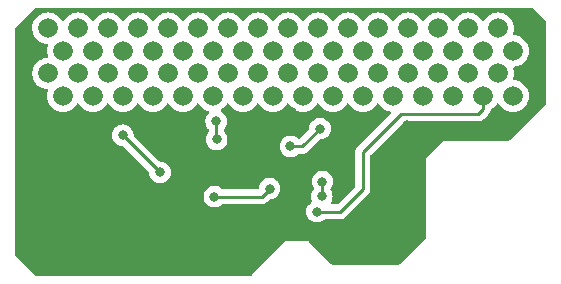
<source format=gbr>
%TF.GenerationSoftware,KiCad,Pcbnew,(6.99.0-4502-gf1556ed801-dirty)*%
%TF.CreationDate,2022-12-17T20:16:55-05:00*%
%TF.ProjectId,siox,73696f78-2e6b-4696-9361-645f70636258,rev?*%
%TF.SameCoordinates,Original*%
%TF.FileFunction,Copper,L2,Bot*%
%TF.FilePolarity,Positive*%
%FSLAX46Y46*%
G04 Gerber Fmt 4.6, Leading zero omitted, Abs format (unit mm)*
G04 Created by KiCad (PCBNEW (6.99.0-4502-gf1556ed801-dirty)) date 2022-12-17 20:16:55*
%MOMM*%
%LPD*%
G01*
G04 APERTURE LIST*
%TA.AperFunction,ViaPad*%
%ADD10C,0.800000*%
%TD*%
%TA.AperFunction,ViaPad*%
%ADD11C,1.660000*%
%TD*%
%TA.AperFunction,Conductor*%
%ADD12C,0.250000*%
%TD*%
G04 APERTURE END LIST*
D10*
%TO.N,GND1*%
X98600000Y-59300000D03*
X114600000Y-58700000D03*
X112350000Y-58825000D03*
X109550000Y-58925000D03*
X101975000Y-58775000D03*
X106375000Y-69750000D03*
X114600000Y-63175000D03*
X122125000Y-59975000D03*
X124150000Y-61300000D03*
X119475000Y-62625000D03*
X123025000Y-63600000D03*
X117125000Y-65150000D03*
X119375000Y-66275000D03*
X110400000Y-63625000D03*
X104750000Y-63100000D03*
X106400000Y-72225000D03*
X101625000Y-68900000D03*
X103125000Y-72175000D03*
X99900000Y-72225000D03*
X96625000Y-72200000D03*
X89500000Y-58875000D03*
X90100000Y-63550000D03*
X98250000Y-68900000D03*
X95925000Y-65350000D03*
X130825000Y-59625000D03*
X129250000Y-60500000D03*
X117825000Y-59325000D03*
X115825000Y-69975000D03*
X110400000Y-69300000D03*
X105500000Y-67275000D03*
X108825000Y-67300000D03*
D11*
%TO.N,PI*%
X128560000Y-57480000D03*
%TO.N,*%
X113320000Y-57480000D03*
X127290000Y-55570000D03*
X99350000Y-55570000D03*
X105700000Y-57480000D03*
X120940000Y-57480000D03*
X112050000Y-55570000D03*
X114590000Y-55570000D03*
X109510000Y-55570000D03*
X118400000Y-57480000D03*
X129830000Y-55570000D03*
X108240000Y-57480000D03*
%TO.N,P12*%
X95540000Y-57480000D03*
%TO.N,*%
X98080000Y-57480000D03*
X103160000Y-57480000D03*
X117130000Y-55570000D03*
%TO.N,MP1*%
X110780000Y-57480000D03*
%TO.N,*%
X101890000Y-55570000D03*
X106970000Y-55570000D03*
X104430000Y-55570000D03*
X122210000Y-55570000D03*
X131100000Y-57480000D03*
X93000000Y-57480000D03*
X91730000Y-55570000D03*
X115860000Y-57480000D03*
X119670000Y-55570000D03*
X96810000Y-55570000D03*
X126020000Y-57480000D03*
X124750000Y-55570000D03*
X94270000Y-55570000D03*
X123480000Y-57480000D03*
X100620000Y-57480000D03*
%TO.N,CE*%
X128560000Y-53660000D03*
%TO.N,*%
X100620000Y-53660000D03*
X113320000Y-53660000D03*
X115860000Y-53660000D03*
%TO.N,MP1*%
X110780000Y-53660000D03*
%TO.N,*%
X131100000Y-53660000D03*
X118400000Y-53660000D03*
X103160000Y-53660000D03*
X108240000Y-53660000D03*
X105700000Y-53660000D03*
X123480000Y-53660000D03*
X93000000Y-53660000D03*
X120940000Y-53660000D03*
X98080000Y-53660000D03*
X126020000Y-53660000D03*
X95540000Y-53660000D03*
X119670000Y-51750000D03*
X129830000Y-51750000D03*
X122210000Y-51750000D03*
X127290000Y-51750000D03*
X124750000Y-51750000D03*
X112050000Y-51750000D03*
X117130000Y-51750000D03*
X114590000Y-51750000D03*
X109510000Y-51750000D03*
X101890000Y-51750000D03*
X106970000Y-51750000D03*
X104430000Y-51750000D03*
X96810000Y-51750000D03*
X99350000Y-51750000D03*
X94270000Y-51750000D03*
X91730000Y-51750000D03*
D10*
%TO.N,PI*%
X114500000Y-67274500D03*
%TO.N,P12*%
X105800000Y-66000000D03*
X110475500Y-65324500D03*
%TO.N,GND1*%
X96000000Y-62800000D03*
X95800000Y-61225500D03*
%TO.N,P12*%
X98050000Y-60800000D03*
X101200000Y-63950000D03*
%TO.N,XE*%
X106000000Y-61150000D03*
X105950000Y-59625500D03*
%TO.N,CI*%
X114900000Y-65974500D03*
X114950000Y-64725500D03*
%TO.N,GND1*%
X115900000Y-59300000D03*
D11*
X132370000Y-51750000D03*
X132370000Y-55570000D03*
X90460000Y-57480000D03*
X90460000Y-53660000D03*
D10*
%TO.N,CE*%
X112250000Y-61750000D03*
X114750000Y-60250000D03*
%TD*%
D12*
%TO.N,PI*%
X128550500Y-58600000D02*
X128550500Y-57489500D01*
X128550500Y-58600000D02*
X128150000Y-59000500D01*
X121615616Y-59000500D02*
X128150000Y-59000500D01*
X118358058Y-62258058D02*
X121615616Y-59000500D01*
X118358058Y-65391942D02*
X118358058Y-62258058D01*
X116475500Y-67274500D02*
X118358058Y-65391942D01*
X114500000Y-67274500D02*
X116475500Y-67274500D01*
%TO.N,P12*%
X98050000Y-60800000D02*
X101200000Y-63950000D01*
X105800000Y-66000000D02*
X109800000Y-66000000D01*
X109800000Y-66000000D02*
X110475500Y-65324500D01*
%TO.N,GND1*%
X95800000Y-62600000D02*
X96000000Y-62800000D01*
X95800000Y-61225500D02*
X95800000Y-62600000D01*
%TO.N,XE*%
X105950000Y-61100000D02*
X106000000Y-61150000D01*
X105950000Y-59625500D02*
X105950000Y-61100000D01*
%TO.N,CI*%
X114950000Y-65924500D02*
X114900000Y-65974500D01*
X114950000Y-64725500D02*
X114950000Y-65924500D01*
%TO.N,CE*%
X112250000Y-61750000D02*
X113250000Y-61750000D01*
X113250000Y-61750000D02*
X114750000Y-60250000D01*
%TD*%
%TA.AperFunction,Conductor*%
%TO.N,GND1*%
G36*
X132715723Y-50020502D02*
G01*
X132736697Y-50037405D01*
X133862595Y-51163302D01*
X133896620Y-51225614D01*
X133899500Y-51252397D01*
X133899500Y-58146998D01*
X133879498Y-58215119D01*
X133861868Y-58236815D01*
X130836571Y-61213317D01*
X130773984Y-61246834D01*
X130748203Y-61249500D01*
X125250099Y-61249500D01*
X125250000Y-61249459D01*
X125249901Y-61249500D01*
X125249617Y-61249617D01*
X125249576Y-61249717D01*
X123749716Y-62749576D01*
X123749617Y-62749617D01*
X123749576Y-62749716D01*
X123749458Y-62750000D01*
X123749500Y-62750101D01*
X123749500Y-69447603D01*
X123729498Y-69515724D01*
X123712595Y-69536698D01*
X121536697Y-71712595D01*
X121474385Y-71746621D01*
X121447602Y-71749500D01*
X115803363Y-71749500D01*
X115735242Y-71729498D01*
X115713118Y-71711431D01*
X113858981Y-69808500D01*
X113850426Y-69799720D01*
X113850383Y-69799617D01*
X113850205Y-69799544D01*
X113850007Y-69799458D01*
X113849903Y-69799500D01*
X111750097Y-69799500D01*
X111749991Y-69799458D01*
X111749788Y-69799547D01*
X111749617Y-69799617D01*
X111749574Y-69799721D01*
X111733603Y-69816263D01*
X111733602Y-69816263D01*
X108986942Y-72661019D01*
X108925236Y-72696132D01*
X108896297Y-72699500D01*
X90738843Y-72699500D01*
X90670722Y-72679498D01*
X90651029Y-72663859D01*
X88951186Y-71011899D01*
X88916275Y-70950079D01*
X88913000Y-70921540D01*
X88913000Y-66000000D01*
X104886496Y-66000000D01*
X104906458Y-66189928D01*
X104965473Y-66371556D01*
X105060960Y-66536944D01*
X105065378Y-66541851D01*
X105065379Y-66541852D01*
X105147452Y-66633003D01*
X105188747Y-66678866D01*
X105343248Y-66791118D01*
X105349276Y-66793802D01*
X105349278Y-66793803D01*
X105511681Y-66866109D01*
X105517712Y-66868794D01*
X105611113Y-66888647D01*
X105698056Y-66907128D01*
X105698061Y-66907128D01*
X105704513Y-66908500D01*
X105895487Y-66908500D01*
X105901939Y-66907128D01*
X105901944Y-66907128D01*
X105988887Y-66888647D01*
X106082288Y-66868794D01*
X106088319Y-66866109D01*
X106250722Y-66793803D01*
X106250724Y-66793802D01*
X106256752Y-66791118D01*
X106330474Y-66737556D01*
X106389671Y-66694546D01*
X106411253Y-66678866D01*
X106415668Y-66673963D01*
X106420580Y-66669540D01*
X106421705Y-66670789D01*
X106475014Y-66637949D01*
X106508200Y-66633500D01*
X109721233Y-66633500D01*
X109732416Y-66634027D01*
X109739909Y-66635702D01*
X109747835Y-66635453D01*
X109747836Y-66635453D01*
X109807986Y-66633562D01*
X109811945Y-66633500D01*
X109839856Y-66633500D01*
X109843791Y-66633003D01*
X109843856Y-66632995D01*
X109855693Y-66632062D01*
X109887951Y-66631048D01*
X109891970Y-66630922D01*
X109899889Y-66630673D01*
X109919343Y-66625021D01*
X109938700Y-66621013D01*
X109950930Y-66619468D01*
X109950931Y-66619468D01*
X109958797Y-66618474D01*
X109966168Y-66615555D01*
X109966170Y-66615555D01*
X109999912Y-66602196D01*
X110011142Y-66598351D01*
X110045983Y-66588229D01*
X110045984Y-66588229D01*
X110053593Y-66586018D01*
X110060412Y-66581985D01*
X110060417Y-66581983D01*
X110071028Y-66575707D01*
X110088776Y-66567012D01*
X110107617Y-66559552D01*
X110143387Y-66533564D01*
X110153307Y-66527048D01*
X110184535Y-66508580D01*
X110184538Y-66508578D01*
X110191362Y-66504542D01*
X110205683Y-66490221D01*
X110220717Y-66477380D01*
X110230694Y-66470131D01*
X110237107Y-66465472D01*
X110265298Y-66431395D01*
X110273288Y-66422616D01*
X110425999Y-66269905D01*
X110488311Y-66235879D01*
X110515094Y-66233000D01*
X110570987Y-66233000D01*
X110577439Y-66231628D01*
X110577444Y-66231628D01*
X110664388Y-66213147D01*
X110757788Y-66193294D01*
X110763819Y-66190609D01*
X110926222Y-66118303D01*
X110926224Y-66118302D01*
X110932252Y-66115618D01*
X111086753Y-66003366D01*
X111194283Y-65883942D01*
X111210121Y-65866352D01*
X111210122Y-65866351D01*
X111214540Y-65861444D01*
X111310027Y-65696056D01*
X111369042Y-65514428D01*
X111373841Y-65468774D01*
X111388314Y-65331065D01*
X111389004Y-65324500D01*
X111382482Y-65262444D01*
X111369732Y-65141135D01*
X111369732Y-65141133D01*
X111369042Y-65134572D01*
X111310027Y-64952944D01*
X111214540Y-64787556D01*
X111152754Y-64718935D01*
X111091175Y-64650545D01*
X111091174Y-64650544D01*
X111086753Y-64645634D01*
X110987657Y-64573636D01*
X110937594Y-64537263D01*
X110937593Y-64537262D01*
X110932252Y-64533382D01*
X110926224Y-64530698D01*
X110926222Y-64530697D01*
X110763819Y-64458391D01*
X110763818Y-64458391D01*
X110757788Y-64455706D01*
X110664388Y-64435853D01*
X110577444Y-64417372D01*
X110577439Y-64417372D01*
X110570987Y-64416000D01*
X110380013Y-64416000D01*
X110373561Y-64417372D01*
X110373556Y-64417372D01*
X110286612Y-64435853D01*
X110193212Y-64455706D01*
X110187182Y-64458391D01*
X110187181Y-64458391D01*
X110024778Y-64530697D01*
X110024776Y-64530698D01*
X110018748Y-64533382D01*
X110013407Y-64537262D01*
X110013406Y-64537263D01*
X109963343Y-64573636D01*
X109864247Y-64645634D01*
X109859826Y-64650544D01*
X109859825Y-64650545D01*
X109798247Y-64718935D01*
X109736460Y-64787556D01*
X109640973Y-64952944D01*
X109581958Y-65134572D01*
X109581268Y-65141133D01*
X109581268Y-65141135D01*
X109569440Y-65253671D01*
X109542427Y-65319328D01*
X109484205Y-65359957D01*
X109444130Y-65366500D01*
X106508200Y-65366500D01*
X106440079Y-65346498D01*
X106420853Y-65330157D01*
X106420580Y-65330460D01*
X106415668Y-65326037D01*
X106411253Y-65321134D01*
X106337229Y-65267352D01*
X106262094Y-65212763D01*
X106262093Y-65212762D01*
X106256752Y-65208882D01*
X106250724Y-65206198D01*
X106250722Y-65206197D01*
X106088319Y-65133891D01*
X106088318Y-65133891D01*
X106082288Y-65131206D01*
X105988888Y-65111353D01*
X105901944Y-65092872D01*
X105901939Y-65092872D01*
X105895487Y-65091500D01*
X105704513Y-65091500D01*
X105698061Y-65092872D01*
X105698056Y-65092872D01*
X105611112Y-65111353D01*
X105517712Y-65131206D01*
X105511682Y-65133891D01*
X105511681Y-65133891D01*
X105349278Y-65206197D01*
X105349276Y-65206198D01*
X105343248Y-65208882D01*
X105188747Y-65321134D01*
X105184326Y-65326044D01*
X105184325Y-65326045D01*
X105088917Y-65432007D01*
X105060960Y-65463056D01*
X104965473Y-65628444D01*
X104906458Y-65810072D01*
X104905768Y-65816633D01*
X104905768Y-65816635D01*
X104900543Y-65866352D01*
X104886496Y-66000000D01*
X88913000Y-66000000D01*
X88913000Y-60800000D01*
X97136496Y-60800000D01*
X97156458Y-60989928D01*
X97215473Y-61171556D01*
X97310960Y-61336944D01*
X97315378Y-61341851D01*
X97315379Y-61341852D01*
X97343174Y-61372721D01*
X97438747Y-61478866D01*
X97593248Y-61591118D01*
X97599276Y-61593802D01*
X97599278Y-61593803D01*
X97761681Y-61666109D01*
X97767712Y-61668794D01*
X97853101Y-61686944D01*
X97948056Y-61707128D01*
X97948061Y-61707128D01*
X97954513Y-61708500D01*
X98010406Y-61708500D01*
X98078527Y-61728502D01*
X98099501Y-61745405D01*
X100252878Y-63898783D01*
X100286904Y-63961095D01*
X100289093Y-63974708D01*
X100296653Y-64046634D01*
X100306458Y-64139928D01*
X100365473Y-64321556D01*
X100460960Y-64486944D01*
X100588747Y-64628866D01*
X100687843Y-64700864D01*
X100730788Y-64732065D01*
X100743248Y-64741118D01*
X100749276Y-64743802D01*
X100749278Y-64743803D01*
X100911681Y-64816109D01*
X100917712Y-64818794D01*
X101011113Y-64838647D01*
X101098056Y-64857128D01*
X101098061Y-64857128D01*
X101104513Y-64858500D01*
X101295487Y-64858500D01*
X101301939Y-64857128D01*
X101301944Y-64857128D01*
X101388887Y-64838647D01*
X101482288Y-64818794D01*
X101488319Y-64816109D01*
X101650722Y-64743803D01*
X101650724Y-64743802D01*
X101656752Y-64741118D01*
X101669213Y-64732065D01*
X101712157Y-64700864D01*
X101811253Y-64628866D01*
X101939040Y-64486944D01*
X102034527Y-64321556D01*
X102093542Y-64139928D01*
X102103348Y-64046634D01*
X102112814Y-63956565D01*
X102113504Y-63950000D01*
X102093542Y-63760072D01*
X102034527Y-63578444D01*
X101939040Y-63413056D01*
X101811253Y-63271134D01*
X101656752Y-63158882D01*
X101650724Y-63156198D01*
X101650722Y-63156197D01*
X101488319Y-63083891D01*
X101488318Y-63083891D01*
X101482288Y-63081206D01*
X101388887Y-63061353D01*
X101301944Y-63042872D01*
X101301939Y-63042872D01*
X101295487Y-63041500D01*
X101239594Y-63041500D01*
X101171473Y-63021498D01*
X101150499Y-63004595D01*
X98997122Y-60851217D01*
X98963096Y-60788905D01*
X98960907Y-60775292D01*
X98944232Y-60616635D01*
X98944232Y-60616633D01*
X98943542Y-60610072D01*
X98884527Y-60428444D01*
X98789040Y-60263056D01*
X98783196Y-60256565D01*
X98665675Y-60126045D01*
X98665674Y-60126044D01*
X98661253Y-60121134D01*
X98506752Y-60008882D01*
X98500724Y-60006198D01*
X98500722Y-60006197D01*
X98338319Y-59933891D01*
X98338318Y-59933891D01*
X98332288Y-59931206D01*
X98238888Y-59911353D01*
X98151944Y-59892872D01*
X98151939Y-59892872D01*
X98145487Y-59891500D01*
X97954513Y-59891500D01*
X97948061Y-59892872D01*
X97948056Y-59892872D01*
X97861112Y-59911353D01*
X97767712Y-59931206D01*
X97761682Y-59933891D01*
X97761681Y-59933891D01*
X97599278Y-60006197D01*
X97599276Y-60006198D01*
X97593248Y-60008882D01*
X97438747Y-60121134D01*
X97434326Y-60126044D01*
X97434325Y-60126045D01*
X97316805Y-60256565D01*
X97310960Y-60263056D01*
X97215473Y-60428444D01*
X97156458Y-60610072D01*
X97136496Y-60800000D01*
X88913000Y-60800000D01*
X88913000Y-55570000D01*
X90386387Y-55570000D01*
X90406800Y-55803316D01*
X90408224Y-55808629D01*
X90408224Y-55808631D01*
X90456356Y-55988261D01*
X90467417Y-56029543D01*
X90469740Y-56034524D01*
X90469740Y-56034525D01*
X90564071Y-56236820D01*
X90564074Y-56236825D01*
X90566397Y-56241807D01*
X90700733Y-56433658D01*
X90866342Y-56599267D01*
X90870850Y-56602424D01*
X90870853Y-56602426D01*
X90897170Y-56620853D01*
X91058193Y-56733603D01*
X91063175Y-56735926D01*
X91063180Y-56735929D01*
X91218154Y-56808194D01*
X91270457Y-56832583D01*
X91275765Y-56834005D01*
X91275767Y-56834006D01*
X91491369Y-56891776D01*
X91491371Y-56891776D01*
X91496684Y-56893200D01*
X91502170Y-56893680D01*
X91502176Y-56893681D01*
X91615631Y-56903608D01*
X91681749Y-56929471D01*
X91723389Y-56986975D01*
X91726356Y-57061738D01*
X91676800Y-57246684D01*
X91656387Y-57480000D01*
X91676800Y-57713316D01*
X91737417Y-57939543D01*
X91739740Y-57944524D01*
X91739740Y-57944525D01*
X91834071Y-58146820D01*
X91834074Y-58146825D01*
X91836397Y-58151807D01*
X91970733Y-58343658D01*
X92136342Y-58509267D01*
X92140850Y-58512424D01*
X92140853Y-58512426D01*
X92220848Y-58568439D01*
X92328193Y-58643603D01*
X92333175Y-58645926D01*
X92333180Y-58645929D01*
X92523071Y-58734476D01*
X92540457Y-58742583D01*
X92545765Y-58744005D01*
X92545767Y-58744006D01*
X92761369Y-58801776D01*
X92761371Y-58801776D01*
X92766684Y-58803200D01*
X93000000Y-58823613D01*
X93233316Y-58803200D01*
X93238629Y-58801776D01*
X93238631Y-58801776D01*
X93454233Y-58744006D01*
X93454235Y-58744005D01*
X93459543Y-58742583D01*
X93476929Y-58734476D01*
X93666820Y-58645929D01*
X93666825Y-58645926D01*
X93671807Y-58643603D01*
X93779152Y-58568439D01*
X93859147Y-58512426D01*
X93859150Y-58512424D01*
X93863658Y-58509267D01*
X94029267Y-58343658D01*
X94163603Y-58151807D01*
X94164305Y-58152298D01*
X94212262Y-58106570D01*
X94281976Y-58093133D01*
X94347887Y-58119519D01*
X94376066Y-58152039D01*
X94376397Y-58151807D01*
X94510733Y-58343658D01*
X94676342Y-58509267D01*
X94680850Y-58512424D01*
X94680853Y-58512426D01*
X94760848Y-58568439D01*
X94868193Y-58643603D01*
X94873175Y-58645926D01*
X94873180Y-58645929D01*
X95063071Y-58734476D01*
X95080457Y-58742583D01*
X95085765Y-58744005D01*
X95085767Y-58744006D01*
X95301369Y-58801776D01*
X95301371Y-58801776D01*
X95306684Y-58803200D01*
X95540000Y-58823613D01*
X95773316Y-58803200D01*
X95778629Y-58801776D01*
X95778631Y-58801776D01*
X95994233Y-58744006D01*
X95994235Y-58744005D01*
X95999543Y-58742583D01*
X96016929Y-58734476D01*
X96206820Y-58645929D01*
X96206825Y-58645926D01*
X96211807Y-58643603D01*
X96319152Y-58568439D01*
X96399147Y-58512426D01*
X96399150Y-58512424D01*
X96403658Y-58509267D01*
X96569267Y-58343658D01*
X96703603Y-58151807D01*
X96704305Y-58152298D01*
X96752262Y-58106570D01*
X96821976Y-58093133D01*
X96887887Y-58119519D01*
X96916066Y-58152039D01*
X96916397Y-58151807D01*
X97050733Y-58343658D01*
X97216342Y-58509267D01*
X97220850Y-58512424D01*
X97220853Y-58512426D01*
X97300848Y-58568439D01*
X97408193Y-58643603D01*
X97413175Y-58645926D01*
X97413180Y-58645929D01*
X97603071Y-58734476D01*
X97620457Y-58742583D01*
X97625765Y-58744005D01*
X97625767Y-58744006D01*
X97841369Y-58801776D01*
X97841371Y-58801776D01*
X97846684Y-58803200D01*
X98080000Y-58823613D01*
X98313316Y-58803200D01*
X98318629Y-58801776D01*
X98318631Y-58801776D01*
X98534233Y-58744006D01*
X98534235Y-58744005D01*
X98539543Y-58742583D01*
X98556929Y-58734476D01*
X98746820Y-58645929D01*
X98746825Y-58645926D01*
X98751807Y-58643603D01*
X98859152Y-58568439D01*
X98939147Y-58512426D01*
X98939150Y-58512424D01*
X98943658Y-58509267D01*
X99109267Y-58343658D01*
X99243603Y-58151807D01*
X99244305Y-58152298D01*
X99292262Y-58106570D01*
X99361976Y-58093133D01*
X99427887Y-58119519D01*
X99456066Y-58152039D01*
X99456397Y-58151807D01*
X99590733Y-58343658D01*
X99756342Y-58509267D01*
X99760850Y-58512424D01*
X99760853Y-58512426D01*
X99840848Y-58568439D01*
X99948193Y-58643603D01*
X99953175Y-58645926D01*
X99953180Y-58645929D01*
X100143071Y-58734476D01*
X100160457Y-58742583D01*
X100165765Y-58744005D01*
X100165767Y-58744006D01*
X100381369Y-58801776D01*
X100381371Y-58801776D01*
X100386684Y-58803200D01*
X100620000Y-58823613D01*
X100853316Y-58803200D01*
X100858629Y-58801776D01*
X100858631Y-58801776D01*
X101074233Y-58744006D01*
X101074235Y-58744005D01*
X101079543Y-58742583D01*
X101096929Y-58734476D01*
X101286820Y-58645929D01*
X101286825Y-58645926D01*
X101291807Y-58643603D01*
X101399152Y-58568439D01*
X101479147Y-58512426D01*
X101479150Y-58512424D01*
X101483658Y-58509267D01*
X101649267Y-58343658D01*
X101783603Y-58151807D01*
X101784305Y-58152298D01*
X101832262Y-58106570D01*
X101901976Y-58093133D01*
X101967887Y-58119519D01*
X101996066Y-58152039D01*
X101996397Y-58151807D01*
X102130733Y-58343658D01*
X102296342Y-58509267D01*
X102300850Y-58512424D01*
X102300853Y-58512426D01*
X102380848Y-58568439D01*
X102488193Y-58643603D01*
X102493175Y-58645926D01*
X102493180Y-58645929D01*
X102683071Y-58734476D01*
X102700457Y-58742583D01*
X102705765Y-58744005D01*
X102705767Y-58744006D01*
X102921369Y-58801776D01*
X102921371Y-58801776D01*
X102926684Y-58803200D01*
X103160000Y-58823613D01*
X103393316Y-58803200D01*
X103398629Y-58801776D01*
X103398631Y-58801776D01*
X103614233Y-58744006D01*
X103614235Y-58744005D01*
X103619543Y-58742583D01*
X103636929Y-58734476D01*
X103826820Y-58645929D01*
X103826825Y-58645926D01*
X103831807Y-58643603D01*
X103939152Y-58568439D01*
X104019147Y-58512426D01*
X104019150Y-58512424D01*
X104023658Y-58509267D01*
X104189267Y-58343658D01*
X104323603Y-58151807D01*
X104324305Y-58152298D01*
X104372262Y-58106570D01*
X104441976Y-58093133D01*
X104507887Y-58119519D01*
X104536066Y-58152039D01*
X104536397Y-58151807D01*
X104670733Y-58343658D01*
X104836342Y-58509267D01*
X104840850Y-58512424D01*
X104840853Y-58512426D01*
X104920848Y-58568439D01*
X105028193Y-58643603D01*
X105033175Y-58645926D01*
X105033180Y-58645929D01*
X105223071Y-58734476D01*
X105240457Y-58742583D01*
X105245762Y-58744004D01*
X105245769Y-58744007D01*
X105269052Y-58750245D01*
X105329675Y-58787196D01*
X105360697Y-58851056D01*
X105352269Y-58921551D01*
X105330078Y-58956262D01*
X105210960Y-59088556D01*
X105115473Y-59253944D01*
X105056458Y-59435572D01*
X105055768Y-59442133D01*
X105055768Y-59442135D01*
X105053600Y-59462763D01*
X105036496Y-59625500D01*
X105037186Y-59632065D01*
X105045183Y-59708148D01*
X105056458Y-59815428D01*
X105115473Y-59997056D01*
X105118776Y-60002778D01*
X105118777Y-60002779D01*
X105122301Y-60008882D01*
X105210960Y-60162444D01*
X105284137Y-60243715D01*
X105314853Y-60307721D01*
X105316500Y-60328024D01*
X105316500Y-60503006D01*
X105296498Y-60571127D01*
X105284135Y-60587317D01*
X105265383Y-60608143D01*
X105265380Y-60608147D01*
X105260960Y-60613056D01*
X105165473Y-60778444D01*
X105106458Y-60960072D01*
X105086496Y-61150000D01*
X105087186Y-61156565D01*
X105098635Y-61265492D01*
X105106458Y-61339928D01*
X105165473Y-61521556D01*
X105260960Y-61686944D01*
X105388747Y-61828866D01*
X105543248Y-61941118D01*
X105549276Y-61943802D01*
X105549278Y-61943803D01*
X105711681Y-62016109D01*
X105717712Y-62018794D01*
X105811112Y-62038647D01*
X105898056Y-62057128D01*
X105898061Y-62057128D01*
X105904513Y-62058500D01*
X106095487Y-62058500D01*
X106101939Y-62057128D01*
X106101944Y-62057128D01*
X106188888Y-62038647D01*
X106282288Y-62018794D01*
X106288319Y-62016109D01*
X106450722Y-61943803D01*
X106450724Y-61943802D01*
X106456752Y-61941118D01*
X106611253Y-61828866D01*
X106682264Y-61750000D01*
X111336496Y-61750000D01*
X111337186Y-61756565D01*
X111355732Y-61933017D01*
X111356458Y-61939928D01*
X111415473Y-62121556D01*
X111418776Y-62127278D01*
X111418777Y-62127279D01*
X111443643Y-62170347D01*
X111510960Y-62286944D01*
X111515378Y-62291851D01*
X111515379Y-62291852D01*
X111597452Y-62383003D01*
X111638747Y-62428866D01*
X111737843Y-62500864D01*
X111764818Y-62520462D01*
X111793248Y-62541118D01*
X111799276Y-62543802D01*
X111799278Y-62543803D01*
X111961681Y-62616109D01*
X111967712Y-62618794D01*
X112061113Y-62638647D01*
X112148056Y-62657128D01*
X112148061Y-62657128D01*
X112154513Y-62658500D01*
X112345487Y-62658500D01*
X112351939Y-62657128D01*
X112351944Y-62657128D01*
X112438887Y-62638647D01*
X112532288Y-62618794D01*
X112538319Y-62616109D01*
X112700722Y-62543803D01*
X112700724Y-62543802D01*
X112706752Y-62541118D01*
X112735183Y-62520462D01*
X112839671Y-62444546D01*
X112861253Y-62428866D01*
X112865668Y-62423963D01*
X112870580Y-62419540D01*
X112871705Y-62420789D01*
X112925014Y-62387949D01*
X112958200Y-62383500D01*
X113171233Y-62383500D01*
X113182416Y-62384027D01*
X113189909Y-62385702D01*
X113197835Y-62385453D01*
X113197836Y-62385453D01*
X113257986Y-62383562D01*
X113261945Y-62383500D01*
X113289856Y-62383500D01*
X113293791Y-62383003D01*
X113293856Y-62382995D01*
X113305693Y-62382062D01*
X113337951Y-62381048D01*
X113341970Y-62380922D01*
X113349889Y-62380673D01*
X113369343Y-62375021D01*
X113388700Y-62371013D01*
X113400930Y-62369468D01*
X113400931Y-62369468D01*
X113408797Y-62368474D01*
X113416168Y-62365555D01*
X113416170Y-62365555D01*
X113449912Y-62352196D01*
X113461142Y-62348351D01*
X113495983Y-62338229D01*
X113495984Y-62338229D01*
X113503593Y-62336018D01*
X113510412Y-62331985D01*
X113510417Y-62331983D01*
X113521028Y-62325707D01*
X113538776Y-62317012D01*
X113557617Y-62309552D01*
X113587374Y-62287933D01*
X113593387Y-62283564D01*
X113603307Y-62277048D01*
X113634535Y-62258580D01*
X113634538Y-62258578D01*
X113641362Y-62254542D01*
X113655683Y-62240221D01*
X113670717Y-62227380D01*
X113680694Y-62220131D01*
X113687107Y-62215472D01*
X113715298Y-62181395D01*
X113723288Y-62172616D01*
X114700499Y-61195405D01*
X114762811Y-61161379D01*
X114789594Y-61158500D01*
X114845487Y-61158500D01*
X114851939Y-61157128D01*
X114851944Y-61157128D01*
X114938888Y-61138647D01*
X115032288Y-61118794D01*
X115038319Y-61116109D01*
X115200722Y-61043803D01*
X115200724Y-61043802D01*
X115206752Y-61041118D01*
X115361253Y-60928866D01*
X115405402Y-60879834D01*
X115484621Y-60791852D01*
X115484622Y-60791851D01*
X115489040Y-60786944D01*
X115584527Y-60621556D01*
X115643542Y-60439928D01*
X115655304Y-60328024D01*
X115662814Y-60256565D01*
X115663504Y-60250000D01*
X115643542Y-60060072D01*
X115584527Y-59878444D01*
X115489040Y-59713056D01*
X115419841Y-59636202D01*
X115365675Y-59576045D01*
X115365674Y-59576044D01*
X115361253Y-59571134D01*
X115262157Y-59499136D01*
X115212094Y-59462763D01*
X115212093Y-59462762D01*
X115206752Y-59458882D01*
X115200724Y-59456198D01*
X115200722Y-59456197D01*
X115038319Y-59383891D01*
X115038318Y-59383891D01*
X115032288Y-59381206D01*
X114938888Y-59361353D01*
X114851944Y-59342872D01*
X114851939Y-59342872D01*
X114845487Y-59341500D01*
X114654513Y-59341500D01*
X114648061Y-59342872D01*
X114648056Y-59342872D01*
X114561112Y-59361353D01*
X114467712Y-59381206D01*
X114461682Y-59383891D01*
X114461681Y-59383891D01*
X114299278Y-59456197D01*
X114299276Y-59456198D01*
X114293248Y-59458882D01*
X114287907Y-59462762D01*
X114287906Y-59462763D01*
X114237843Y-59499136D01*
X114138747Y-59571134D01*
X114134326Y-59576044D01*
X114134325Y-59576045D01*
X114080160Y-59636202D01*
X114010960Y-59713056D01*
X113915473Y-59878444D01*
X113856458Y-60060072D01*
X113855768Y-60066633D01*
X113855768Y-60066635D01*
X113839093Y-60225292D01*
X113812080Y-60290949D01*
X113802878Y-60301217D01*
X113035666Y-61068429D01*
X112973354Y-61102455D01*
X112902539Y-61097390D01*
X112863683Y-61073833D01*
X112861253Y-61071134D01*
X112706752Y-60958882D01*
X112700724Y-60956198D01*
X112700722Y-60956197D01*
X112538319Y-60883891D01*
X112538318Y-60883891D01*
X112532288Y-60881206D01*
X112438888Y-60861353D01*
X112351944Y-60842872D01*
X112351939Y-60842872D01*
X112345487Y-60841500D01*
X112154513Y-60841500D01*
X112148061Y-60842872D01*
X112148056Y-60842872D01*
X112061112Y-60861353D01*
X111967712Y-60881206D01*
X111961682Y-60883891D01*
X111961681Y-60883891D01*
X111799278Y-60956197D01*
X111799276Y-60956198D01*
X111793248Y-60958882D01*
X111638747Y-61071134D01*
X111510960Y-61213056D01*
X111415473Y-61378444D01*
X111356458Y-61560072D01*
X111355768Y-61566633D01*
X111355768Y-61566635D01*
X111337186Y-61743435D01*
X111336496Y-61750000D01*
X106682264Y-61750000D01*
X106739040Y-61686944D01*
X106834527Y-61521556D01*
X106893542Y-61339928D01*
X106901366Y-61265492D01*
X106912814Y-61156565D01*
X106913504Y-61150000D01*
X106893542Y-60960072D01*
X106834527Y-60778444D01*
X106739040Y-60613056D01*
X106730701Y-60603794D01*
X106615864Y-60476255D01*
X106585146Y-60412248D01*
X106583500Y-60391945D01*
X106583500Y-60328024D01*
X106603502Y-60259903D01*
X106615858Y-60243721D01*
X106689040Y-60162444D01*
X106777699Y-60008882D01*
X106781223Y-60002779D01*
X106781224Y-60002778D01*
X106784527Y-59997056D01*
X106843542Y-59815428D01*
X106854818Y-59708148D01*
X106862814Y-59632065D01*
X106863504Y-59625500D01*
X106846400Y-59462763D01*
X106844232Y-59442135D01*
X106844232Y-59442133D01*
X106843542Y-59435572D01*
X106784527Y-59253944D01*
X106689040Y-59088556D01*
X106616107Y-59007555D01*
X106565675Y-58951545D01*
X106565674Y-58951544D01*
X106561253Y-58946634D01*
X106475699Y-58884475D01*
X106412097Y-58838265D01*
X106412094Y-58838264D01*
X106406752Y-58834382D01*
X106406846Y-58834252D01*
X106359935Y-58785056D01*
X106346497Y-58715342D01*
X106372882Y-58649431D01*
X106399656Y-58624103D01*
X106559147Y-58512426D01*
X106559150Y-58512424D01*
X106563658Y-58509267D01*
X106729267Y-58343658D01*
X106863603Y-58151807D01*
X106864305Y-58152298D01*
X106912262Y-58106570D01*
X106981976Y-58093133D01*
X107047887Y-58119519D01*
X107076066Y-58152039D01*
X107076397Y-58151807D01*
X107210733Y-58343658D01*
X107376342Y-58509267D01*
X107380850Y-58512424D01*
X107380853Y-58512426D01*
X107460848Y-58568439D01*
X107568193Y-58643603D01*
X107573175Y-58645926D01*
X107573180Y-58645929D01*
X107763071Y-58734476D01*
X107780457Y-58742583D01*
X107785765Y-58744005D01*
X107785767Y-58744006D01*
X108001369Y-58801776D01*
X108001371Y-58801776D01*
X108006684Y-58803200D01*
X108240000Y-58823613D01*
X108473316Y-58803200D01*
X108478629Y-58801776D01*
X108478631Y-58801776D01*
X108694233Y-58744006D01*
X108694235Y-58744005D01*
X108699543Y-58742583D01*
X108716929Y-58734476D01*
X108906820Y-58645929D01*
X108906825Y-58645926D01*
X108911807Y-58643603D01*
X109019152Y-58568439D01*
X109099147Y-58512426D01*
X109099150Y-58512424D01*
X109103658Y-58509267D01*
X109269267Y-58343658D01*
X109403603Y-58151807D01*
X109404305Y-58152298D01*
X109452262Y-58106570D01*
X109521976Y-58093133D01*
X109587887Y-58119519D01*
X109616066Y-58152039D01*
X109616397Y-58151807D01*
X109750733Y-58343658D01*
X109916342Y-58509267D01*
X109920850Y-58512424D01*
X109920853Y-58512426D01*
X110000848Y-58568439D01*
X110108193Y-58643603D01*
X110113175Y-58645926D01*
X110113180Y-58645929D01*
X110303071Y-58734476D01*
X110320457Y-58742583D01*
X110325765Y-58744005D01*
X110325767Y-58744006D01*
X110541369Y-58801776D01*
X110541371Y-58801776D01*
X110546684Y-58803200D01*
X110780000Y-58823613D01*
X111013316Y-58803200D01*
X111018629Y-58801776D01*
X111018631Y-58801776D01*
X111234233Y-58744006D01*
X111234235Y-58744005D01*
X111239543Y-58742583D01*
X111256929Y-58734476D01*
X111446820Y-58645929D01*
X111446825Y-58645926D01*
X111451807Y-58643603D01*
X111559152Y-58568439D01*
X111639147Y-58512426D01*
X111639150Y-58512424D01*
X111643658Y-58509267D01*
X111809267Y-58343658D01*
X111943603Y-58151807D01*
X111944305Y-58152298D01*
X111992262Y-58106570D01*
X112061976Y-58093133D01*
X112127887Y-58119519D01*
X112156066Y-58152039D01*
X112156397Y-58151807D01*
X112290733Y-58343658D01*
X112456342Y-58509267D01*
X112460850Y-58512424D01*
X112460853Y-58512426D01*
X112540848Y-58568439D01*
X112648193Y-58643603D01*
X112653175Y-58645926D01*
X112653180Y-58645929D01*
X112843071Y-58734476D01*
X112860457Y-58742583D01*
X112865765Y-58744005D01*
X112865767Y-58744006D01*
X113081369Y-58801776D01*
X113081371Y-58801776D01*
X113086684Y-58803200D01*
X113320000Y-58823613D01*
X113553316Y-58803200D01*
X113558629Y-58801776D01*
X113558631Y-58801776D01*
X113774233Y-58744006D01*
X113774235Y-58744005D01*
X113779543Y-58742583D01*
X113796929Y-58734476D01*
X113986820Y-58645929D01*
X113986825Y-58645926D01*
X113991807Y-58643603D01*
X114099152Y-58568439D01*
X114179147Y-58512426D01*
X114179150Y-58512424D01*
X114183658Y-58509267D01*
X114349267Y-58343658D01*
X114483603Y-58151807D01*
X114484305Y-58152298D01*
X114532262Y-58106570D01*
X114601976Y-58093133D01*
X114667887Y-58119519D01*
X114696066Y-58152039D01*
X114696397Y-58151807D01*
X114830733Y-58343658D01*
X114996342Y-58509267D01*
X115000850Y-58512424D01*
X115000853Y-58512426D01*
X115080848Y-58568439D01*
X115188193Y-58643603D01*
X115193175Y-58645926D01*
X115193180Y-58645929D01*
X115383071Y-58734476D01*
X115400457Y-58742583D01*
X115405765Y-58744005D01*
X115405767Y-58744006D01*
X115621369Y-58801776D01*
X115621371Y-58801776D01*
X115626684Y-58803200D01*
X115860000Y-58823613D01*
X116093316Y-58803200D01*
X116098629Y-58801776D01*
X116098631Y-58801776D01*
X116314233Y-58744006D01*
X116314235Y-58744005D01*
X116319543Y-58742583D01*
X116336929Y-58734476D01*
X116526820Y-58645929D01*
X116526825Y-58645926D01*
X116531807Y-58643603D01*
X116639152Y-58568439D01*
X116719147Y-58512426D01*
X116719150Y-58512424D01*
X116723658Y-58509267D01*
X116889267Y-58343658D01*
X117023603Y-58151807D01*
X117024305Y-58152298D01*
X117072262Y-58106570D01*
X117141976Y-58093133D01*
X117207887Y-58119519D01*
X117236066Y-58152039D01*
X117236397Y-58151807D01*
X117370733Y-58343658D01*
X117536342Y-58509267D01*
X117540850Y-58512424D01*
X117540853Y-58512426D01*
X117620848Y-58568439D01*
X117728193Y-58643603D01*
X117733175Y-58645926D01*
X117733180Y-58645929D01*
X117923071Y-58734476D01*
X117940457Y-58742583D01*
X117945765Y-58744005D01*
X117945767Y-58744006D01*
X118161369Y-58801776D01*
X118161371Y-58801776D01*
X118166684Y-58803200D01*
X118400000Y-58823613D01*
X118633316Y-58803200D01*
X118638629Y-58801776D01*
X118638631Y-58801776D01*
X118854233Y-58744006D01*
X118854235Y-58744005D01*
X118859543Y-58742583D01*
X118876929Y-58734476D01*
X119066820Y-58645929D01*
X119066825Y-58645926D01*
X119071807Y-58643603D01*
X119179152Y-58568439D01*
X119259147Y-58512426D01*
X119259150Y-58512424D01*
X119263658Y-58509267D01*
X119429267Y-58343658D01*
X119563603Y-58151807D01*
X119564305Y-58152298D01*
X119612262Y-58106570D01*
X119681976Y-58093133D01*
X119747887Y-58119519D01*
X119776066Y-58152039D01*
X119776397Y-58151807D01*
X119910733Y-58343658D01*
X120076342Y-58509267D01*
X120080850Y-58512424D01*
X120080853Y-58512426D01*
X120160848Y-58568439D01*
X120268193Y-58643603D01*
X120273175Y-58645926D01*
X120273180Y-58645929D01*
X120463071Y-58734476D01*
X120480457Y-58742583D01*
X120485765Y-58744005D01*
X120485767Y-58744006D01*
X120485771Y-58744007D01*
X120661765Y-58791164D01*
X120722386Y-58828114D01*
X120753407Y-58891975D01*
X120744979Y-58962469D01*
X120718247Y-59001965D01*
X119328266Y-60391945D01*
X117965805Y-61754406D01*
X117957519Y-61761946D01*
X117951040Y-61766058D01*
X117945615Y-61771835D01*
X117904415Y-61815709D01*
X117901660Y-61818551D01*
X117881923Y-61838288D01*
X117879443Y-61841485D01*
X117871740Y-61850505D01*
X117841472Y-61882737D01*
X117837653Y-61889683D01*
X117837651Y-61889686D01*
X117831710Y-61900492D01*
X117820859Y-61917011D01*
X117808444Y-61933017D01*
X117805299Y-61940286D01*
X117805296Y-61940290D01*
X117790884Y-61973595D01*
X117785667Y-61984245D01*
X117764363Y-62022998D01*
X117762392Y-62030673D01*
X117762392Y-62030674D01*
X117759325Y-62042620D01*
X117752921Y-62061324D01*
X117744877Y-62079913D01*
X117743638Y-62087736D01*
X117743635Y-62087746D01*
X117737959Y-62123582D01*
X117735553Y-62135202D01*
X117724558Y-62178028D01*
X117724558Y-62198282D01*
X117723007Y-62217992D01*
X117719838Y-62238001D01*
X117720584Y-62245893D01*
X117723999Y-62282019D01*
X117724558Y-62293877D01*
X117724558Y-65077348D01*
X117704556Y-65145469D01*
X117687653Y-65166443D01*
X116250000Y-66604095D01*
X116187688Y-66638121D01*
X116160905Y-66641000D01*
X115782479Y-66641000D01*
X115714358Y-66620998D01*
X115667865Y-66567342D01*
X115657761Y-66497068D01*
X115673360Y-66452000D01*
X115731223Y-66351779D01*
X115731224Y-66351778D01*
X115734527Y-66346056D01*
X115793542Y-66164428D01*
X115813504Y-65974500D01*
X115802137Y-65866352D01*
X115794232Y-65791135D01*
X115794232Y-65791133D01*
X115793542Y-65784572D01*
X115734527Y-65602944D01*
X115731223Y-65597221D01*
X115642746Y-65443974D01*
X115626008Y-65374978D01*
X115649229Y-65307887D01*
X115658229Y-65296663D01*
X115684621Y-65267352D01*
X115684622Y-65267351D01*
X115689040Y-65262444D01*
X115763260Y-65133891D01*
X115781223Y-65102779D01*
X115781224Y-65102778D01*
X115784527Y-65097056D01*
X115843542Y-64915428D01*
X115863504Y-64725500D01*
X115853756Y-64632749D01*
X115844232Y-64542135D01*
X115844232Y-64542133D01*
X115843542Y-64535572D01*
X115784527Y-64353944D01*
X115689040Y-64188556D01*
X115561253Y-64046634D01*
X115428248Y-63950000D01*
X115412094Y-63938263D01*
X115412093Y-63938262D01*
X115406752Y-63934382D01*
X115400724Y-63931698D01*
X115400722Y-63931697D01*
X115238319Y-63859391D01*
X115238318Y-63859391D01*
X115232288Y-63856706D01*
X115138888Y-63836853D01*
X115051944Y-63818372D01*
X115051939Y-63818372D01*
X115045487Y-63817000D01*
X114854513Y-63817000D01*
X114848061Y-63818372D01*
X114848056Y-63818372D01*
X114761112Y-63836853D01*
X114667712Y-63856706D01*
X114661682Y-63859391D01*
X114661681Y-63859391D01*
X114499278Y-63931697D01*
X114499276Y-63931698D01*
X114493248Y-63934382D01*
X114487907Y-63938262D01*
X114487906Y-63938263D01*
X114471752Y-63950000D01*
X114338747Y-64046634D01*
X114210960Y-64188556D01*
X114115473Y-64353944D01*
X114056458Y-64535572D01*
X114055768Y-64542133D01*
X114055768Y-64542135D01*
X114046244Y-64632749D01*
X114036496Y-64725500D01*
X114056458Y-64915428D01*
X114115473Y-65097056D01*
X114118776Y-65102778D01*
X114118777Y-65102779D01*
X114207254Y-65256026D01*
X114223992Y-65325022D01*
X114200771Y-65392113D01*
X114191771Y-65403337D01*
X114160960Y-65437556D01*
X114157657Y-65443277D01*
X114073711Y-65588676D01*
X114065473Y-65602944D01*
X114006458Y-65784572D01*
X114005768Y-65791133D01*
X114005768Y-65791135D01*
X113997863Y-65866352D01*
X113986496Y-65974500D01*
X114006458Y-66164428D01*
X114065473Y-66346056D01*
X114065621Y-66346312D01*
X114074743Y-66414360D01*
X114044635Y-66478656D01*
X114024263Y-66497175D01*
X113962771Y-66541852D01*
X113888747Y-66595634D01*
X113884326Y-66600544D01*
X113884325Y-66600545D01*
X113813805Y-66678866D01*
X113760960Y-66737556D01*
X113757659Y-66743274D01*
X113685190Y-66868794D01*
X113665473Y-66902944D01*
X113606458Y-67084572D01*
X113586496Y-67274500D01*
X113606458Y-67464428D01*
X113665473Y-67646056D01*
X113760960Y-67811444D01*
X113765378Y-67816351D01*
X113765379Y-67816352D01*
X113847452Y-67907503D01*
X113888747Y-67953366D01*
X114043248Y-68065618D01*
X114049276Y-68068302D01*
X114049278Y-68068303D01*
X114211681Y-68140609D01*
X114217712Y-68143294D01*
X114311113Y-68163147D01*
X114398056Y-68181628D01*
X114398061Y-68181628D01*
X114404513Y-68183000D01*
X114595487Y-68183000D01*
X114601939Y-68181628D01*
X114601944Y-68181628D01*
X114688887Y-68163147D01*
X114782288Y-68143294D01*
X114788319Y-68140609D01*
X114950722Y-68068303D01*
X114950724Y-68068302D01*
X114956752Y-68065618D01*
X115111253Y-67953366D01*
X115115668Y-67948463D01*
X115120580Y-67944040D01*
X115121705Y-67945289D01*
X115175014Y-67912449D01*
X115208200Y-67908000D01*
X116396733Y-67908000D01*
X116407916Y-67908527D01*
X116415409Y-67910202D01*
X116423335Y-67909953D01*
X116423336Y-67909953D01*
X116483486Y-67908062D01*
X116487445Y-67908000D01*
X116515356Y-67908000D01*
X116519291Y-67907503D01*
X116519356Y-67907495D01*
X116531193Y-67906562D01*
X116563451Y-67905548D01*
X116567470Y-67905422D01*
X116575389Y-67905173D01*
X116594843Y-67899521D01*
X116614200Y-67895513D01*
X116626430Y-67893968D01*
X116626431Y-67893968D01*
X116634297Y-67892974D01*
X116641668Y-67890055D01*
X116641670Y-67890055D01*
X116675412Y-67876696D01*
X116686642Y-67872851D01*
X116721483Y-67862729D01*
X116721484Y-67862729D01*
X116729093Y-67860518D01*
X116735912Y-67856485D01*
X116735917Y-67856483D01*
X116746528Y-67850207D01*
X116764276Y-67841512D01*
X116783117Y-67834052D01*
X116818887Y-67808064D01*
X116828807Y-67801548D01*
X116860035Y-67783080D01*
X116860038Y-67783078D01*
X116866862Y-67779042D01*
X116881183Y-67764721D01*
X116896217Y-67751880D01*
X116906194Y-67744631D01*
X116912607Y-67739972D01*
X116940798Y-67705895D01*
X116948788Y-67697116D01*
X118750311Y-65895594D01*
X118758597Y-65888054D01*
X118765076Y-65883942D01*
X118811702Y-65834290D01*
X118814456Y-65831449D01*
X118834193Y-65811712D01*
X118836673Y-65808515D01*
X118844378Y-65799493D01*
X118869217Y-65773042D01*
X118874644Y-65767263D01*
X118878463Y-65760317D01*
X118878465Y-65760314D01*
X118884406Y-65749508D01*
X118895257Y-65732989D01*
X118902816Y-65723243D01*
X118907672Y-65716983D01*
X118910817Y-65709714D01*
X118910820Y-65709710D01*
X118925232Y-65676405D01*
X118930449Y-65665755D01*
X118951753Y-65627002D01*
X118956791Y-65607379D01*
X118963195Y-65588676D01*
X118968091Y-65577362D01*
X118968091Y-65577361D01*
X118971239Y-65570087D01*
X118972478Y-65562264D01*
X118972481Y-65562254D01*
X118978157Y-65526418D01*
X118980563Y-65514798D01*
X118989586Y-65479653D01*
X118989586Y-65479652D01*
X118991558Y-65471972D01*
X118991558Y-65451718D01*
X118993109Y-65432007D01*
X118995038Y-65419828D01*
X118996278Y-65411999D01*
X118992117Y-65367980D01*
X118991558Y-65356123D01*
X118991558Y-62572652D01*
X119011560Y-62504531D01*
X119028463Y-62483557D01*
X121841115Y-59670905D01*
X121903427Y-59636879D01*
X121930210Y-59634000D01*
X128071233Y-59634000D01*
X128082416Y-59634527D01*
X128089909Y-59636202D01*
X128097835Y-59635953D01*
X128097836Y-59635953D01*
X128157986Y-59634062D01*
X128161945Y-59634000D01*
X128189856Y-59634000D01*
X128193791Y-59633503D01*
X128193856Y-59633495D01*
X128205693Y-59632562D01*
X128237951Y-59631548D01*
X128241970Y-59631422D01*
X128249889Y-59631173D01*
X128269343Y-59625521D01*
X128288700Y-59621513D01*
X128300930Y-59619968D01*
X128300931Y-59619968D01*
X128308797Y-59618974D01*
X128316168Y-59616055D01*
X128316170Y-59616055D01*
X128349912Y-59602696D01*
X128361142Y-59598851D01*
X128395983Y-59588729D01*
X128395984Y-59588729D01*
X128403593Y-59586518D01*
X128410412Y-59582485D01*
X128410417Y-59582483D01*
X128421028Y-59576207D01*
X128438776Y-59567512D01*
X128457617Y-59560052D01*
X128493387Y-59534064D01*
X128503307Y-59527548D01*
X128534535Y-59509080D01*
X128534538Y-59509078D01*
X128541362Y-59505042D01*
X128555683Y-59490721D01*
X128570717Y-59477880D01*
X128580694Y-59470631D01*
X128587107Y-59465972D01*
X128615298Y-59431895D01*
X128623288Y-59423116D01*
X128942747Y-59103657D01*
X128951037Y-59096113D01*
X128957518Y-59092000D01*
X129004159Y-59042332D01*
X129006913Y-59039491D01*
X129026635Y-59019769D01*
X129029112Y-59016576D01*
X129036817Y-59007555D01*
X129061659Y-58981100D01*
X129067086Y-58975321D01*
X129070907Y-58968371D01*
X129076846Y-58957568D01*
X129087702Y-58941041D01*
X129095257Y-58931302D01*
X129095258Y-58931300D01*
X129100114Y-58925040D01*
X129117674Y-58884460D01*
X129122891Y-58873812D01*
X129140375Y-58842009D01*
X129140376Y-58842007D01*
X129144195Y-58835060D01*
X129149233Y-58815437D01*
X129155637Y-58796734D01*
X129160533Y-58785420D01*
X129160533Y-58785419D01*
X129163681Y-58778145D01*
X129164920Y-58770322D01*
X129164923Y-58770312D01*
X129170599Y-58734476D01*
X129173010Y-58722837D01*
X129173661Y-58720303D01*
X129209984Y-58659302D01*
X129230295Y-58644308D01*
X129231807Y-58643603D01*
X129259656Y-58624103D01*
X129419147Y-58512426D01*
X129419150Y-58512424D01*
X129423658Y-58509267D01*
X129589267Y-58343658D01*
X129723603Y-58151807D01*
X129724305Y-58152298D01*
X129772262Y-58106570D01*
X129841976Y-58093133D01*
X129907887Y-58119519D01*
X129936066Y-58152039D01*
X129936397Y-58151807D01*
X130070733Y-58343658D01*
X130236342Y-58509267D01*
X130240850Y-58512424D01*
X130240853Y-58512426D01*
X130320848Y-58568439D01*
X130428193Y-58643603D01*
X130433175Y-58645926D01*
X130433180Y-58645929D01*
X130623071Y-58734476D01*
X130640457Y-58742583D01*
X130645765Y-58744005D01*
X130645767Y-58744006D01*
X130861369Y-58801776D01*
X130861371Y-58801776D01*
X130866684Y-58803200D01*
X131100000Y-58823613D01*
X131333316Y-58803200D01*
X131338629Y-58801776D01*
X131338631Y-58801776D01*
X131554233Y-58744006D01*
X131554235Y-58744005D01*
X131559543Y-58742583D01*
X131576929Y-58734476D01*
X131766820Y-58645929D01*
X131766825Y-58645926D01*
X131771807Y-58643603D01*
X131879152Y-58568439D01*
X131959147Y-58512426D01*
X131959150Y-58512424D01*
X131963658Y-58509267D01*
X132129267Y-58343658D01*
X132263603Y-58151807D01*
X132265926Y-58146825D01*
X132265929Y-58146820D01*
X132360260Y-57944525D01*
X132360260Y-57944524D01*
X132362583Y-57939543D01*
X132423200Y-57713316D01*
X132443613Y-57480000D01*
X132423200Y-57246684D01*
X132421776Y-57241369D01*
X132364006Y-57025767D01*
X132364005Y-57025765D01*
X132362583Y-57020457D01*
X132346970Y-56986975D01*
X132265929Y-56813181D01*
X132265926Y-56813176D01*
X132263603Y-56808194D01*
X132211374Y-56733603D01*
X132132426Y-56620853D01*
X132132424Y-56620850D01*
X132129267Y-56616342D01*
X131963658Y-56450733D01*
X131959150Y-56447576D01*
X131959147Y-56447574D01*
X131879152Y-56391561D01*
X131771807Y-56316397D01*
X131766825Y-56314074D01*
X131766820Y-56314071D01*
X131564525Y-56219740D01*
X131564524Y-56219740D01*
X131559543Y-56217417D01*
X131554235Y-56215995D01*
X131554233Y-56215994D01*
X131338631Y-56158224D01*
X131338629Y-56158224D01*
X131333316Y-56156800D01*
X131327830Y-56156320D01*
X131327824Y-56156319D01*
X131214369Y-56146392D01*
X131148251Y-56120529D01*
X131106611Y-56063025D01*
X131103644Y-55988261D01*
X131151776Y-55808631D01*
X131151776Y-55808629D01*
X131153200Y-55803316D01*
X131173613Y-55570000D01*
X131153200Y-55336684D01*
X131103644Y-55151738D01*
X131105334Y-55080763D01*
X131145128Y-55021967D01*
X131214369Y-54993608D01*
X131327824Y-54983681D01*
X131327830Y-54983680D01*
X131333316Y-54983200D01*
X131338629Y-54981776D01*
X131338631Y-54981776D01*
X131554233Y-54924006D01*
X131554235Y-54924005D01*
X131559543Y-54922583D01*
X131611846Y-54898194D01*
X131766820Y-54825929D01*
X131766825Y-54825926D01*
X131771807Y-54823603D01*
X131932830Y-54710853D01*
X131959147Y-54692426D01*
X131959150Y-54692424D01*
X131963658Y-54689267D01*
X132129267Y-54523658D01*
X132263603Y-54331807D01*
X132265926Y-54326825D01*
X132265929Y-54326820D01*
X132360260Y-54124525D01*
X132360260Y-54124524D01*
X132362583Y-54119543D01*
X132373645Y-54078261D01*
X132421776Y-53898631D01*
X132421776Y-53898629D01*
X132423200Y-53893316D01*
X132443613Y-53660000D01*
X132423200Y-53426684D01*
X132421776Y-53421369D01*
X132364006Y-53205767D01*
X132364005Y-53205765D01*
X132362583Y-53200457D01*
X132346970Y-53166975D01*
X132265929Y-52993181D01*
X132265926Y-52993176D01*
X132263603Y-52988194D01*
X132211374Y-52913603D01*
X132132426Y-52800853D01*
X132132424Y-52800850D01*
X132129267Y-52796342D01*
X131963658Y-52630733D01*
X131959150Y-52627576D01*
X131959147Y-52627574D01*
X131879152Y-52571561D01*
X131771807Y-52496397D01*
X131766825Y-52494074D01*
X131766820Y-52494071D01*
X131564525Y-52399740D01*
X131564524Y-52399740D01*
X131559543Y-52397417D01*
X131554235Y-52395995D01*
X131554233Y-52395994D01*
X131338631Y-52338224D01*
X131338629Y-52338224D01*
X131333316Y-52336800D01*
X131327830Y-52336320D01*
X131327824Y-52336319D01*
X131214369Y-52326392D01*
X131148251Y-52300529D01*
X131106611Y-52243025D01*
X131103644Y-52168261D01*
X131151776Y-51988631D01*
X131151776Y-51988629D01*
X131153200Y-51983316D01*
X131173613Y-51750000D01*
X131153200Y-51516684D01*
X131092583Y-51290457D01*
X131090260Y-51285475D01*
X130995929Y-51083181D01*
X130995926Y-51083176D01*
X130993603Y-51078194D01*
X130990447Y-51073687D01*
X130990446Y-51073685D01*
X130862426Y-50890853D01*
X130862424Y-50890850D01*
X130859267Y-50886342D01*
X130693658Y-50720733D01*
X130689150Y-50717576D01*
X130689147Y-50717574D01*
X130609152Y-50661561D01*
X130501807Y-50586397D01*
X130496825Y-50584074D01*
X130496820Y-50584071D01*
X130294525Y-50489740D01*
X130294524Y-50489740D01*
X130289543Y-50487417D01*
X130284235Y-50485995D01*
X130284233Y-50485994D01*
X130068631Y-50428224D01*
X130068629Y-50428224D01*
X130063316Y-50426800D01*
X129830000Y-50406387D01*
X129596684Y-50426800D01*
X129591371Y-50428224D01*
X129591369Y-50428224D01*
X129375767Y-50485994D01*
X129375765Y-50485995D01*
X129370457Y-50487417D01*
X129365476Y-50489739D01*
X129365475Y-50489740D01*
X129163181Y-50584071D01*
X129163176Y-50584074D01*
X129158194Y-50586397D01*
X129153687Y-50589553D01*
X129153685Y-50589554D01*
X128970853Y-50717574D01*
X128970850Y-50717576D01*
X128966342Y-50720733D01*
X128800733Y-50886342D01*
X128666397Y-51078194D01*
X128665695Y-51077703D01*
X128617738Y-51123431D01*
X128548024Y-51136868D01*
X128482113Y-51110482D01*
X128453934Y-51077962D01*
X128453603Y-51078194D01*
X128451361Y-51074992D01*
X128319267Y-50886342D01*
X128153658Y-50720733D01*
X128149150Y-50717576D01*
X128149147Y-50717574D01*
X128069152Y-50661561D01*
X127961807Y-50586397D01*
X127956825Y-50584074D01*
X127956820Y-50584071D01*
X127754525Y-50489740D01*
X127754524Y-50489740D01*
X127749543Y-50487417D01*
X127744235Y-50485995D01*
X127744233Y-50485994D01*
X127528631Y-50428224D01*
X127528629Y-50428224D01*
X127523316Y-50426800D01*
X127290000Y-50406387D01*
X127056684Y-50426800D01*
X127051371Y-50428224D01*
X127051369Y-50428224D01*
X126835767Y-50485994D01*
X126835765Y-50485995D01*
X126830457Y-50487417D01*
X126825476Y-50489739D01*
X126825475Y-50489740D01*
X126623181Y-50584071D01*
X126623176Y-50584074D01*
X126618194Y-50586397D01*
X126613687Y-50589553D01*
X126613685Y-50589554D01*
X126430853Y-50717574D01*
X126430850Y-50717576D01*
X126426342Y-50720733D01*
X126260733Y-50886342D01*
X126126397Y-51078194D01*
X126125695Y-51077703D01*
X126077738Y-51123431D01*
X126008024Y-51136868D01*
X125942113Y-51110482D01*
X125913934Y-51077962D01*
X125913603Y-51078194D01*
X125911361Y-51074992D01*
X125779267Y-50886342D01*
X125613658Y-50720733D01*
X125609150Y-50717576D01*
X125609147Y-50717574D01*
X125529152Y-50661561D01*
X125421807Y-50586397D01*
X125416825Y-50584074D01*
X125416820Y-50584071D01*
X125214525Y-50489740D01*
X125214524Y-50489740D01*
X125209543Y-50487417D01*
X125204235Y-50485995D01*
X125204233Y-50485994D01*
X124988631Y-50428224D01*
X124988629Y-50428224D01*
X124983316Y-50426800D01*
X124750000Y-50406387D01*
X124516684Y-50426800D01*
X124511371Y-50428224D01*
X124511369Y-50428224D01*
X124295767Y-50485994D01*
X124295765Y-50485995D01*
X124290457Y-50487417D01*
X124285476Y-50489739D01*
X124285475Y-50489740D01*
X124083181Y-50584071D01*
X124083176Y-50584074D01*
X124078194Y-50586397D01*
X124073687Y-50589553D01*
X124073685Y-50589554D01*
X123890853Y-50717574D01*
X123890850Y-50717576D01*
X123886342Y-50720733D01*
X123720733Y-50886342D01*
X123586397Y-51078194D01*
X123585695Y-51077703D01*
X123537738Y-51123431D01*
X123468024Y-51136868D01*
X123402113Y-51110482D01*
X123373934Y-51077962D01*
X123373603Y-51078194D01*
X123371361Y-51074992D01*
X123239267Y-50886342D01*
X123073658Y-50720733D01*
X123069150Y-50717576D01*
X123069147Y-50717574D01*
X122989152Y-50661561D01*
X122881807Y-50586397D01*
X122876825Y-50584074D01*
X122876820Y-50584071D01*
X122674525Y-50489740D01*
X122674524Y-50489740D01*
X122669543Y-50487417D01*
X122664235Y-50485995D01*
X122664233Y-50485994D01*
X122448631Y-50428224D01*
X122448629Y-50428224D01*
X122443316Y-50426800D01*
X122210000Y-50406387D01*
X121976684Y-50426800D01*
X121971371Y-50428224D01*
X121971369Y-50428224D01*
X121755767Y-50485994D01*
X121755765Y-50485995D01*
X121750457Y-50487417D01*
X121745476Y-50489739D01*
X121745475Y-50489740D01*
X121543181Y-50584071D01*
X121543176Y-50584074D01*
X121538194Y-50586397D01*
X121533687Y-50589553D01*
X121533685Y-50589554D01*
X121350853Y-50717574D01*
X121350850Y-50717576D01*
X121346342Y-50720733D01*
X121180733Y-50886342D01*
X121046397Y-51078194D01*
X121045695Y-51077703D01*
X120997738Y-51123431D01*
X120928024Y-51136868D01*
X120862113Y-51110482D01*
X120833934Y-51077962D01*
X120833603Y-51078194D01*
X120831361Y-51074992D01*
X120699267Y-50886342D01*
X120533658Y-50720733D01*
X120529150Y-50717576D01*
X120529147Y-50717574D01*
X120449152Y-50661561D01*
X120341807Y-50586397D01*
X120336825Y-50584074D01*
X120336820Y-50584071D01*
X120134525Y-50489740D01*
X120134524Y-50489740D01*
X120129543Y-50487417D01*
X120124235Y-50485995D01*
X120124233Y-50485994D01*
X119908631Y-50428224D01*
X119908629Y-50428224D01*
X119903316Y-50426800D01*
X119670000Y-50406387D01*
X119436684Y-50426800D01*
X119431371Y-50428224D01*
X119431369Y-50428224D01*
X119215767Y-50485994D01*
X119215765Y-50485995D01*
X119210457Y-50487417D01*
X119205476Y-50489739D01*
X119205475Y-50489740D01*
X119003181Y-50584071D01*
X119003176Y-50584074D01*
X118998194Y-50586397D01*
X118993687Y-50589553D01*
X118993685Y-50589554D01*
X118810853Y-50717574D01*
X118810850Y-50717576D01*
X118806342Y-50720733D01*
X118640733Y-50886342D01*
X118506397Y-51078194D01*
X118505695Y-51077703D01*
X118457738Y-51123431D01*
X118388024Y-51136868D01*
X118322113Y-51110482D01*
X118293934Y-51077962D01*
X118293603Y-51078194D01*
X118291361Y-51074992D01*
X118159267Y-50886342D01*
X117993658Y-50720733D01*
X117989150Y-50717576D01*
X117989147Y-50717574D01*
X117909152Y-50661561D01*
X117801807Y-50586397D01*
X117796825Y-50584074D01*
X117796820Y-50584071D01*
X117594525Y-50489740D01*
X117594524Y-50489740D01*
X117589543Y-50487417D01*
X117584235Y-50485995D01*
X117584233Y-50485994D01*
X117368631Y-50428224D01*
X117368629Y-50428224D01*
X117363316Y-50426800D01*
X117130000Y-50406387D01*
X116896684Y-50426800D01*
X116891371Y-50428224D01*
X116891369Y-50428224D01*
X116675767Y-50485994D01*
X116675765Y-50485995D01*
X116670457Y-50487417D01*
X116665476Y-50489739D01*
X116665475Y-50489740D01*
X116463181Y-50584071D01*
X116463176Y-50584074D01*
X116458194Y-50586397D01*
X116453687Y-50589553D01*
X116453685Y-50589554D01*
X116270853Y-50717574D01*
X116270850Y-50717576D01*
X116266342Y-50720733D01*
X116100733Y-50886342D01*
X115966397Y-51078194D01*
X115965695Y-51077703D01*
X115917738Y-51123431D01*
X115848024Y-51136868D01*
X115782113Y-51110482D01*
X115753934Y-51077962D01*
X115753603Y-51078194D01*
X115751361Y-51074992D01*
X115619267Y-50886342D01*
X115453658Y-50720733D01*
X115449150Y-50717576D01*
X115449147Y-50717574D01*
X115369152Y-50661561D01*
X115261807Y-50586397D01*
X115256825Y-50584074D01*
X115256820Y-50584071D01*
X115054525Y-50489740D01*
X115054524Y-50489740D01*
X115049543Y-50487417D01*
X115044235Y-50485995D01*
X115044233Y-50485994D01*
X114828631Y-50428224D01*
X114828629Y-50428224D01*
X114823316Y-50426800D01*
X114590000Y-50406387D01*
X114356684Y-50426800D01*
X114351371Y-50428224D01*
X114351369Y-50428224D01*
X114135767Y-50485994D01*
X114135765Y-50485995D01*
X114130457Y-50487417D01*
X114125476Y-50489739D01*
X114125475Y-50489740D01*
X113923181Y-50584071D01*
X113923176Y-50584074D01*
X113918194Y-50586397D01*
X113913687Y-50589553D01*
X113913685Y-50589554D01*
X113730853Y-50717574D01*
X113730850Y-50717576D01*
X113726342Y-50720733D01*
X113560733Y-50886342D01*
X113426397Y-51078194D01*
X113425695Y-51077703D01*
X113377738Y-51123431D01*
X113308024Y-51136868D01*
X113242113Y-51110482D01*
X113213934Y-51077962D01*
X113213603Y-51078194D01*
X113211361Y-51074992D01*
X113079267Y-50886342D01*
X112913658Y-50720733D01*
X112909150Y-50717576D01*
X112909147Y-50717574D01*
X112829152Y-50661561D01*
X112721807Y-50586397D01*
X112716825Y-50584074D01*
X112716820Y-50584071D01*
X112514525Y-50489740D01*
X112514524Y-50489740D01*
X112509543Y-50487417D01*
X112504235Y-50485995D01*
X112504233Y-50485994D01*
X112288631Y-50428224D01*
X112288629Y-50428224D01*
X112283316Y-50426800D01*
X112050000Y-50406387D01*
X111816684Y-50426800D01*
X111811371Y-50428224D01*
X111811369Y-50428224D01*
X111595767Y-50485994D01*
X111595765Y-50485995D01*
X111590457Y-50487417D01*
X111585476Y-50489739D01*
X111585475Y-50489740D01*
X111383181Y-50584071D01*
X111383176Y-50584074D01*
X111378194Y-50586397D01*
X111373687Y-50589553D01*
X111373685Y-50589554D01*
X111190853Y-50717574D01*
X111190850Y-50717576D01*
X111186342Y-50720733D01*
X111020733Y-50886342D01*
X110886397Y-51078194D01*
X110885695Y-51077703D01*
X110837738Y-51123431D01*
X110768024Y-51136868D01*
X110702113Y-51110482D01*
X110673934Y-51077962D01*
X110673603Y-51078194D01*
X110671361Y-51074992D01*
X110539267Y-50886342D01*
X110373658Y-50720733D01*
X110369150Y-50717576D01*
X110369147Y-50717574D01*
X110289152Y-50661561D01*
X110181807Y-50586397D01*
X110176825Y-50584074D01*
X110176820Y-50584071D01*
X109974525Y-50489740D01*
X109974524Y-50489740D01*
X109969543Y-50487417D01*
X109964235Y-50485995D01*
X109964233Y-50485994D01*
X109748631Y-50428224D01*
X109748629Y-50428224D01*
X109743316Y-50426800D01*
X109510000Y-50406387D01*
X109276684Y-50426800D01*
X109271371Y-50428224D01*
X109271369Y-50428224D01*
X109055767Y-50485994D01*
X109055765Y-50485995D01*
X109050457Y-50487417D01*
X109045476Y-50489739D01*
X109045475Y-50489740D01*
X108843181Y-50584071D01*
X108843176Y-50584074D01*
X108838194Y-50586397D01*
X108833687Y-50589553D01*
X108833685Y-50589554D01*
X108650853Y-50717574D01*
X108650850Y-50717576D01*
X108646342Y-50720733D01*
X108480733Y-50886342D01*
X108346397Y-51078194D01*
X108345695Y-51077703D01*
X108297738Y-51123431D01*
X108228024Y-51136868D01*
X108162113Y-51110482D01*
X108133934Y-51077962D01*
X108133603Y-51078194D01*
X108131361Y-51074992D01*
X107999267Y-50886342D01*
X107833658Y-50720733D01*
X107829150Y-50717576D01*
X107829147Y-50717574D01*
X107749152Y-50661561D01*
X107641807Y-50586397D01*
X107636825Y-50584074D01*
X107636820Y-50584071D01*
X107434525Y-50489740D01*
X107434524Y-50489740D01*
X107429543Y-50487417D01*
X107424235Y-50485995D01*
X107424233Y-50485994D01*
X107208631Y-50428224D01*
X107208629Y-50428224D01*
X107203316Y-50426800D01*
X106970000Y-50406387D01*
X106736684Y-50426800D01*
X106731371Y-50428224D01*
X106731369Y-50428224D01*
X106515767Y-50485994D01*
X106515765Y-50485995D01*
X106510457Y-50487417D01*
X106505476Y-50489739D01*
X106505475Y-50489740D01*
X106303181Y-50584071D01*
X106303176Y-50584074D01*
X106298194Y-50586397D01*
X106293687Y-50589553D01*
X106293685Y-50589554D01*
X106110853Y-50717574D01*
X106110850Y-50717576D01*
X106106342Y-50720733D01*
X105940733Y-50886342D01*
X105806397Y-51078194D01*
X105805695Y-51077703D01*
X105757738Y-51123431D01*
X105688024Y-51136868D01*
X105622113Y-51110482D01*
X105593934Y-51077962D01*
X105593603Y-51078194D01*
X105591361Y-51074992D01*
X105459267Y-50886342D01*
X105293658Y-50720733D01*
X105289150Y-50717576D01*
X105289147Y-50717574D01*
X105209152Y-50661561D01*
X105101807Y-50586397D01*
X105096825Y-50584074D01*
X105096820Y-50584071D01*
X104894525Y-50489740D01*
X104894524Y-50489740D01*
X104889543Y-50487417D01*
X104884235Y-50485995D01*
X104884233Y-50485994D01*
X104668631Y-50428224D01*
X104668629Y-50428224D01*
X104663316Y-50426800D01*
X104430000Y-50406387D01*
X104196684Y-50426800D01*
X104191371Y-50428224D01*
X104191369Y-50428224D01*
X103975767Y-50485994D01*
X103975765Y-50485995D01*
X103970457Y-50487417D01*
X103965476Y-50489739D01*
X103965475Y-50489740D01*
X103763181Y-50584071D01*
X103763176Y-50584074D01*
X103758194Y-50586397D01*
X103753687Y-50589553D01*
X103753685Y-50589554D01*
X103570853Y-50717574D01*
X103570850Y-50717576D01*
X103566342Y-50720733D01*
X103400733Y-50886342D01*
X103266397Y-51078194D01*
X103265695Y-51077703D01*
X103217738Y-51123431D01*
X103148024Y-51136868D01*
X103082113Y-51110482D01*
X103053934Y-51077962D01*
X103053603Y-51078194D01*
X103051361Y-51074992D01*
X102919267Y-50886342D01*
X102753658Y-50720733D01*
X102749150Y-50717576D01*
X102749147Y-50717574D01*
X102669152Y-50661561D01*
X102561807Y-50586397D01*
X102556825Y-50584074D01*
X102556820Y-50584071D01*
X102354525Y-50489740D01*
X102354524Y-50489740D01*
X102349543Y-50487417D01*
X102344235Y-50485995D01*
X102344233Y-50485994D01*
X102128631Y-50428224D01*
X102128629Y-50428224D01*
X102123316Y-50426800D01*
X101890000Y-50406387D01*
X101656684Y-50426800D01*
X101651371Y-50428224D01*
X101651369Y-50428224D01*
X101435767Y-50485994D01*
X101435765Y-50485995D01*
X101430457Y-50487417D01*
X101425476Y-50489739D01*
X101425475Y-50489740D01*
X101223181Y-50584071D01*
X101223176Y-50584074D01*
X101218194Y-50586397D01*
X101213687Y-50589553D01*
X101213685Y-50589554D01*
X101030853Y-50717574D01*
X101030850Y-50717576D01*
X101026342Y-50720733D01*
X100860733Y-50886342D01*
X100726397Y-51078194D01*
X100725695Y-51077703D01*
X100677738Y-51123431D01*
X100608024Y-51136868D01*
X100542113Y-51110482D01*
X100513934Y-51077962D01*
X100513603Y-51078194D01*
X100511361Y-51074992D01*
X100379267Y-50886342D01*
X100213658Y-50720733D01*
X100209150Y-50717576D01*
X100209147Y-50717574D01*
X100129152Y-50661561D01*
X100021807Y-50586397D01*
X100016825Y-50584074D01*
X100016820Y-50584071D01*
X99814525Y-50489740D01*
X99814524Y-50489740D01*
X99809543Y-50487417D01*
X99804235Y-50485995D01*
X99804233Y-50485994D01*
X99588631Y-50428224D01*
X99588629Y-50428224D01*
X99583316Y-50426800D01*
X99350000Y-50406387D01*
X99116684Y-50426800D01*
X99111371Y-50428224D01*
X99111369Y-50428224D01*
X98895767Y-50485994D01*
X98895765Y-50485995D01*
X98890457Y-50487417D01*
X98885476Y-50489739D01*
X98885475Y-50489740D01*
X98683181Y-50584071D01*
X98683176Y-50584074D01*
X98678194Y-50586397D01*
X98673687Y-50589553D01*
X98673685Y-50589554D01*
X98490853Y-50717574D01*
X98490850Y-50717576D01*
X98486342Y-50720733D01*
X98320733Y-50886342D01*
X98186397Y-51078194D01*
X98185695Y-51077703D01*
X98137738Y-51123431D01*
X98068024Y-51136868D01*
X98002113Y-51110482D01*
X97973934Y-51077962D01*
X97973603Y-51078194D01*
X97971361Y-51074992D01*
X97839267Y-50886342D01*
X97673658Y-50720733D01*
X97669150Y-50717576D01*
X97669147Y-50717574D01*
X97589152Y-50661561D01*
X97481807Y-50586397D01*
X97476825Y-50584074D01*
X97476820Y-50584071D01*
X97274525Y-50489740D01*
X97274524Y-50489740D01*
X97269543Y-50487417D01*
X97264235Y-50485995D01*
X97264233Y-50485994D01*
X97048631Y-50428224D01*
X97048629Y-50428224D01*
X97043316Y-50426800D01*
X96810000Y-50406387D01*
X96576684Y-50426800D01*
X96571371Y-50428224D01*
X96571369Y-50428224D01*
X96355767Y-50485994D01*
X96355765Y-50485995D01*
X96350457Y-50487417D01*
X96345476Y-50489739D01*
X96345475Y-50489740D01*
X96143181Y-50584071D01*
X96143176Y-50584074D01*
X96138194Y-50586397D01*
X96133687Y-50589553D01*
X96133685Y-50589554D01*
X95950853Y-50717574D01*
X95950850Y-50717576D01*
X95946342Y-50720733D01*
X95780733Y-50886342D01*
X95646397Y-51078194D01*
X95645695Y-51077703D01*
X95597738Y-51123431D01*
X95528024Y-51136868D01*
X95462113Y-51110482D01*
X95433934Y-51077962D01*
X95433603Y-51078194D01*
X95431361Y-51074992D01*
X95299267Y-50886342D01*
X95133658Y-50720733D01*
X95129150Y-50717576D01*
X95129147Y-50717574D01*
X95049152Y-50661561D01*
X94941807Y-50586397D01*
X94936825Y-50584074D01*
X94936820Y-50584071D01*
X94734525Y-50489740D01*
X94734524Y-50489740D01*
X94729543Y-50487417D01*
X94724235Y-50485995D01*
X94724233Y-50485994D01*
X94508631Y-50428224D01*
X94508629Y-50428224D01*
X94503316Y-50426800D01*
X94270000Y-50406387D01*
X94036684Y-50426800D01*
X94031371Y-50428224D01*
X94031369Y-50428224D01*
X93815767Y-50485994D01*
X93815765Y-50485995D01*
X93810457Y-50487417D01*
X93805476Y-50489739D01*
X93805475Y-50489740D01*
X93603181Y-50584071D01*
X93603176Y-50584074D01*
X93598194Y-50586397D01*
X93593687Y-50589553D01*
X93593685Y-50589554D01*
X93410853Y-50717574D01*
X93410850Y-50717576D01*
X93406342Y-50720733D01*
X93240733Y-50886342D01*
X93106397Y-51078194D01*
X93105695Y-51077703D01*
X93057738Y-51123431D01*
X92988024Y-51136868D01*
X92922113Y-51110482D01*
X92893934Y-51077962D01*
X92893603Y-51078194D01*
X92891361Y-51074992D01*
X92759267Y-50886342D01*
X92593658Y-50720733D01*
X92589150Y-50717576D01*
X92589147Y-50717574D01*
X92509152Y-50661561D01*
X92401807Y-50586397D01*
X92396825Y-50584074D01*
X92396820Y-50584071D01*
X92194525Y-50489740D01*
X92194524Y-50489740D01*
X92189543Y-50487417D01*
X92184235Y-50485995D01*
X92184233Y-50485994D01*
X91968631Y-50428224D01*
X91968629Y-50428224D01*
X91963316Y-50426800D01*
X91730000Y-50406387D01*
X91496684Y-50426800D01*
X91491371Y-50428224D01*
X91491369Y-50428224D01*
X91275767Y-50485994D01*
X91275765Y-50485995D01*
X91270457Y-50487417D01*
X91265476Y-50489739D01*
X91265475Y-50489740D01*
X91063181Y-50584071D01*
X91063176Y-50584074D01*
X91058194Y-50586397D01*
X91053687Y-50589553D01*
X91053685Y-50589554D01*
X90870853Y-50717574D01*
X90870850Y-50717576D01*
X90866342Y-50720733D01*
X90700733Y-50886342D01*
X90697576Y-50890850D01*
X90697574Y-50890853D01*
X90569554Y-51073685D01*
X90569553Y-51073687D01*
X90566397Y-51078194D01*
X90564074Y-51083176D01*
X90564071Y-51083181D01*
X90469740Y-51285475D01*
X90467417Y-51290457D01*
X90406800Y-51516684D01*
X90386387Y-51750000D01*
X90406800Y-51983316D01*
X90408224Y-51988629D01*
X90408224Y-51988631D01*
X90456356Y-52168261D01*
X90467417Y-52209543D01*
X90469740Y-52214524D01*
X90469740Y-52214525D01*
X90564071Y-52416820D01*
X90564074Y-52416825D01*
X90566397Y-52421807D01*
X90700733Y-52613658D01*
X90866342Y-52779267D01*
X90870850Y-52782424D01*
X90870853Y-52782426D01*
X90897170Y-52800853D01*
X91058193Y-52913603D01*
X91063175Y-52915926D01*
X91063180Y-52915929D01*
X91218154Y-52988194D01*
X91270457Y-53012583D01*
X91275765Y-53014005D01*
X91275767Y-53014006D01*
X91491369Y-53071776D01*
X91491371Y-53071776D01*
X91496684Y-53073200D01*
X91502170Y-53073680D01*
X91502176Y-53073681D01*
X91615631Y-53083608D01*
X91681749Y-53109471D01*
X91723389Y-53166975D01*
X91726356Y-53241738D01*
X91676800Y-53426684D01*
X91656387Y-53660000D01*
X91676800Y-53893316D01*
X91678224Y-53898629D01*
X91678224Y-53898631D01*
X91726356Y-54078261D01*
X91724666Y-54149237D01*
X91684872Y-54208033D01*
X91615631Y-54236392D01*
X91502176Y-54246319D01*
X91502170Y-54246320D01*
X91496684Y-54246800D01*
X91491371Y-54248224D01*
X91491369Y-54248224D01*
X91275767Y-54305994D01*
X91275765Y-54305995D01*
X91270457Y-54307417D01*
X91265476Y-54309739D01*
X91265475Y-54309740D01*
X91063181Y-54404071D01*
X91063176Y-54404074D01*
X91058194Y-54406397D01*
X91053687Y-54409553D01*
X91053685Y-54409554D01*
X90870853Y-54537574D01*
X90870850Y-54537576D01*
X90866342Y-54540733D01*
X90700733Y-54706342D01*
X90697576Y-54710850D01*
X90697574Y-54710853D01*
X90618626Y-54823603D01*
X90566397Y-54898194D01*
X90564074Y-54903176D01*
X90564071Y-54903181D01*
X90469740Y-55105475D01*
X90467417Y-55110457D01*
X90465995Y-55115765D01*
X90465994Y-55115767D01*
X90408224Y-55331369D01*
X90406800Y-55336684D01*
X90386387Y-55570000D01*
X88913000Y-55570000D01*
X88913000Y-51852140D01*
X88933002Y-51784019D01*
X88949595Y-51763356D01*
X90663252Y-50037716D01*
X90725445Y-50003474D01*
X90752657Y-50000500D01*
X132647602Y-50000500D01*
X132715723Y-50020502D01*
G37*
%TD.AperFunction*%
%TD*%
M02*

</source>
